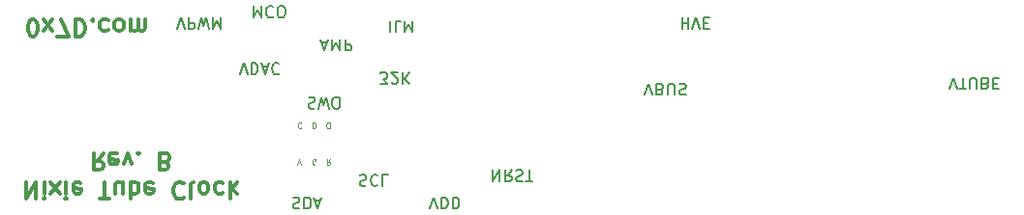
<source format=gbr>
G04 #@! TF.GenerationSoftware,KiCad,Pcbnew,(5.0.2)-1*
G04 #@! TF.CreationDate,2019-02-14T14:33:26-08:00*
G04 #@! TF.ProjectId,nixie_bottom_board,6e697869-655f-4626-9f74-746f6d5f626f,rev?*
G04 #@! TF.SameCoordinates,Original*
G04 #@! TF.FileFunction,Legend,Bot*
G04 #@! TF.FilePolarity,Positive*
%FSLAX46Y46*%
G04 Gerber Fmt 4.6, Leading zero omitted, Abs format (unit mm)*
G04 Created by KiCad (PCBNEW (5.0.2)-1) date 2/14/2019 2:33:26 PM*
%MOMM*%
%LPD*%
G01*
G04 APERTURE LIST*
%ADD10C,0.200000*%
%ADD11C,0.100000*%
%ADD12C,0.300000*%
G04 APERTURE END LIST*
D10*
X148168095Y-105547619D02*
X148168095Y-106547619D01*
X148739523Y-105547619D01*
X148739523Y-106547619D01*
X149787142Y-105547619D02*
X149453809Y-106023809D01*
X149215714Y-105547619D02*
X149215714Y-106547619D01*
X149596666Y-106547619D01*
X149691904Y-106500000D01*
X149739523Y-106452380D01*
X149787142Y-106357142D01*
X149787142Y-106214285D01*
X149739523Y-106119047D01*
X149691904Y-106071428D01*
X149596666Y-106023809D01*
X149215714Y-106023809D01*
X150168095Y-105595238D02*
X150310952Y-105547619D01*
X150549047Y-105547619D01*
X150644285Y-105595238D01*
X150691904Y-105642857D01*
X150739523Y-105738095D01*
X150739523Y-105833333D01*
X150691904Y-105928571D01*
X150644285Y-105976190D01*
X150549047Y-106023809D01*
X150358571Y-106071428D01*
X150263333Y-106119047D01*
X150215714Y-106166666D01*
X150168095Y-106261904D01*
X150168095Y-106357142D01*
X150215714Y-106452380D01*
X150263333Y-106500000D01*
X150358571Y-106547619D01*
X150596666Y-106547619D01*
X150739523Y-106500000D01*
X151025238Y-106547619D02*
X151596666Y-106547619D01*
X151310952Y-105547619D02*
X151310952Y-106547619D01*
D11*
X133727380Y-101873809D02*
X133822619Y-101873809D01*
X133870238Y-101850000D01*
X133917857Y-101802380D01*
X133941666Y-101707142D01*
X133941666Y-101540476D01*
X133917857Y-101445238D01*
X133870238Y-101397619D01*
X133822619Y-101373809D01*
X133727380Y-101373809D01*
X133679761Y-101397619D01*
X133632142Y-101445238D01*
X133608333Y-101540476D01*
X133608333Y-101707142D01*
X133632142Y-101802380D01*
X133679761Y-101850000D01*
X133727380Y-101873809D01*
X132369047Y-101373809D02*
X132369047Y-101873809D01*
X132488095Y-101873809D01*
X132559523Y-101850000D01*
X132607142Y-101802380D01*
X132630952Y-101754761D01*
X132654761Y-101659523D01*
X132654761Y-101588095D01*
X132630952Y-101492857D01*
X132607142Y-101445238D01*
X132559523Y-101397619D01*
X132488095Y-101373809D01*
X132369047Y-101373809D01*
X131384761Y-101421428D02*
X131360952Y-101397619D01*
X131289523Y-101373809D01*
X131241904Y-101373809D01*
X131170476Y-101397619D01*
X131122857Y-101445238D01*
X131099047Y-101492857D01*
X131075238Y-101588095D01*
X131075238Y-101659523D01*
X131099047Y-101754761D01*
X131122857Y-101802380D01*
X131170476Y-101850000D01*
X131241904Y-101873809D01*
X131289523Y-101873809D01*
X131360952Y-101850000D01*
X131384761Y-101826190D01*
X133924761Y-104573809D02*
X133758095Y-104811904D01*
X133639047Y-104573809D02*
X133639047Y-105073809D01*
X133829523Y-105073809D01*
X133877142Y-105050000D01*
X133900952Y-105026190D01*
X133924761Y-104978571D01*
X133924761Y-104907142D01*
X133900952Y-104859523D01*
X133877142Y-104835714D01*
X133829523Y-104811904D01*
X133639047Y-104811904D01*
X132630952Y-105050000D02*
X132583333Y-105073809D01*
X132511904Y-105073809D01*
X132440476Y-105050000D01*
X132392857Y-105002380D01*
X132369047Y-104954761D01*
X132345238Y-104859523D01*
X132345238Y-104788095D01*
X132369047Y-104692857D01*
X132392857Y-104645238D01*
X132440476Y-104597619D01*
X132511904Y-104573809D01*
X132559523Y-104573809D01*
X132630952Y-104597619D01*
X132654761Y-104621428D01*
X132654761Y-104788095D01*
X132559523Y-104788095D01*
X131063333Y-105073809D02*
X131230000Y-104573809D01*
X131396666Y-105073809D01*
D10*
X132020476Y-99195238D02*
X132163333Y-99147619D01*
X132401428Y-99147619D01*
X132496666Y-99195238D01*
X132544285Y-99242857D01*
X132591904Y-99338095D01*
X132591904Y-99433333D01*
X132544285Y-99528571D01*
X132496666Y-99576190D01*
X132401428Y-99623809D01*
X132210952Y-99671428D01*
X132115714Y-99719047D01*
X132068095Y-99766666D01*
X132020476Y-99861904D01*
X132020476Y-99957142D01*
X132068095Y-100052380D01*
X132115714Y-100100000D01*
X132210952Y-100147619D01*
X132449047Y-100147619D01*
X132591904Y-100100000D01*
X132925238Y-100147619D02*
X133163333Y-99147619D01*
X133353809Y-99861904D01*
X133544285Y-99147619D01*
X133782380Y-100147619D01*
X134353809Y-100147619D02*
X134544285Y-100147619D01*
X134639523Y-100100000D01*
X134734761Y-100004761D01*
X134782380Y-99814285D01*
X134782380Y-99480952D01*
X134734761Y-99290476D01*
X134639523Y-99195238D01*
X134544285Y-99147619D01*
X134353809Y-99147619D01*
X134258571Y-99195238D01*
X134163333Y-99290476D01*
X134115714Y-99480952D01*
X134115714Y-99814285D01*
X134163333Y-100004761D01*
X134258571Y-100100000D01*
X134353809Y-100147619D01*
D12*
X107837857Y-93821428D02*
X107980714Y-93821428D01*
X108123571Y-93750000D01*
X108195000Y-93678571D01*
X108266428Y-93535714D01*
X108337857Y-93250000D01*
X108337857Y-92892857D01*
X108266428Y-92607142D01*
X108195000Y-92464285D01*
X108123571Y-92392857D01*
X107980714Y-92321428D01*
X107837857Y-92321428D01*
X107695000Y-92392857D01*
X107623571Y-92464285D01*
X107552142Y-92607142D01*
X107480714Y-92892857D01*
X107480714Y-93250000D01*
X107552142Y-93535714D01*
X107623571Y-93678571D01*
X107695000Y-93750000D01*
X107837857Y-93821428D01*
X108837857Y-92321428D02*
X109623571Y-93321428D01*
X108837857Y-93321428D02*
X109623571Y-92321428D01*
X110052142Y-93821428D02*
X111052142Y-93821428D01*
X110409285Y-92321428D01*
X111623571Y-92321428D02*
X111623571Y-93821428D01*
X111980714Y-93821428D01*
X112195000Y-93750000D01*
X112337857Y-93607142D01*
X112409285Y-93464285D01*
X112480714Y-93178571D01*
X112480714Y-92964285D01*
X112409285Y-92678571D01*
X112337857Y-92535714D01*
X112195000Y-92392857D01*
X111980714Y-92321428D01*
X111623571Y-92321428D01*
X113123571Y-92464285D02*
X113195000Y-92392857D01*
X113123571Y-92321428D01*
X113052142Y-92392857D01*
X113123571Y-92464285D01*
X113123571Y-92321428D01*
X114480714Y-92392857D02*
X114337857Y-92321428D01*
X114052142Y-92321428D01*
X113909285Y-92392857D01*
X113837857Y-92464285D01*
X113766428Y-92607142D01*
X113766428Y-93035714D01*
X113837857Y-93178571D01*
X113909285Y-93250000D01*
X114052142Y-93321428D01*
X114337857Y-93321428D01*
X114480714Y-93250000D01*
X115337857Y-92321428D02*
X115195000Y-92392857D01*
X115123571Y-92464285D01*
X115052142Y-92607142D01*
X115052142Y-93035714D01*
X115123571Y-93178571D01*
X115195000Y-93250000D01*
X115337857Y-93321428D01*
X115552142Y-93321428D01*
X115695000Y-93250000D01*
X115766428Y-93178571D01*
X115837857Y-93035714D01*
X115837857Y-92607142D01*
X115766428Y-92464285D01*
X115695000Y-92392857D01*
X115552142Y-92321428D01*
X115337857Y-92321428D01*
X116480714Y-92321428D02*
X116480714Y-93321428D01*
X116480714Y-93178571D02*
X116552142Y-93250000D01*
X116695000Y-93321428D01*
X116909285Y-93321428D01*
X117052142Y-93250000D01*
X117123571Y-93107142D01*
X117123571Y-92321428D01*
X117123571Y-93107142D02*
X117195000Y-93250000D01*
X117337857Y-93321428D01*
X117552142Y-93321428D01*
X117695000Y-93250000D01*
X117766428Y-93107142D01*
X117766428Y-92321428D01*
D10*
X161466666Y-98947619D02*
X161800000Y-97947619D01*
X162133333Y-98947619D01*
X162800000Y-98471428D02*
X162942857Y-98423809D01*
X162990476Y-98376190D01*
X163038095Y-98280952D01*
X163038095Y-98138095D01*
X162990476Y-98042857D01*
X162942857Y-97995238D01*
X162847619Y-97947619D01*
X162466666Y-97947619D01*
X162466666Y-98947619D01*
X162800000Y-98947619D01*
X162895238Y-98900000D01*
X162942857Y-98852380D01*
X162990476Y-98757142D01*
X162990476Y-98661904D01*
X162942857Y-98566666D01*
X162895238Y-98519047D01*
X162800000Y-98471428D01*
X162466666Y-98471428D01*
X163466666Y-98947619D02*
X163466666Y-98138095D01*
X163514285Y-98042857D01*
X163561904Y-97995238D01*
X163657142Y-97947619D01*
X163847619Y-97947619D01*
X163942857Y-97995238D01*
X163990476Y-98042857D01*
X164038095Y-98138095D01*
X164038095Y-98947619D01*
X164466666Y-97995238D02*
X164609523Y-97947619D01*
X164847619Y-97947619D01*
X164942857Y-97995238D01*
X164990476Y-98042857D01*
X165038095Y-98138095D01*
X165038095Y-98233333D01*
X164990476Y-98328571D01*
X164942857Y-98376190D01*
X164847619Y-98423809D01*
X164657142Y-98471428D01*
X164561904Y-98519047D01*
X164514285Y-98566666D01*
X164466666Y-98661904D01*
X164466666Y-98757142D01*
X164514285Y-98852380D01*
X164561904Y-98900000D01*
X164657142Y-98947619D01*
X164895238Y-98947619D01*
X165038095Y-98900000D01*
D12*
X107321428Y-106596428D02*
X107321428Y-108096428D01*
X108178571Y-106596428D01*
X108178571Y-108096428D01*
X108892857Y-106596428D02*
X108892857Y-107596428D01*
X108892857Y-108096428D02*
X108821428Y-108025000D01*
X108892857Y-107953571D01*
X108964285Y-108025000D01*
X108892857Y-108096428D01*
X108892857Y-107953571D01*
X109464285Y-106596428D02*
X110250000Y-107596428D01*
X109464285Y-107596428D02*
X110250000Y-106596428D01*
X110821428Y-106596428D02*
X110821428Y-107596428D01*
X110821428Y-108096428D02*
X110750000Y-108025000D01*
X110821428Y-107953571D01*
X110892857Y-108025000D01*
X110821428Y-108096428D01*
X110821428Y-107953571D01*
X112107142Y-106667857D02*
X111964285Y-106596428D01*
X111678571Y-106596428D01*
X111535714Y-106667857D01*
X111464285Y-106810714D01*
X111464285Y-107382142D01*
X111535714Y-107525000D01*
X111678571Y-107596428D01*
X111964285Y-107596428D01*
X112107142Y-107525000D01*
X112178571Y-107382142D01*
X112178571Y-107239285D01*
X111464285Y-107096428D01*
X113750000Y-108096428D02*
X114607142Y-108096428D01*
X114178571Y-106596428D02*
X114178571Y-108096428D01*
X115750000Y-107596428D02*
X115750000Y-106596428D01*
X115107142Y-107596428D02*
X115107142Y-106810714D01*
X115178571Y-106667857D01*
X115321428Y-106596428D01*
X115535714Y-106596428D01*
X115678571Y-106667857D01*
X115750000Y-106739285D01*
X116464285Y-106596428D02*
X116464285Y-108096428D01*
X116464285Y-107525000D02*
X116607142Y-107596428D01*
X116892857Y-107596428D01*
X117035714Y-107525000D01*
X117107142Y-107453571D01*
X117178571Y-107310714D01*
X117178571Y-106882142D01*
X117107142Y-106739285D01*
X117035714Y-106667857D01*
X116892857Y-106596428D01*
X116607142Y-106596428D01*
X116464285Y-106667857D01*
X118392857Y-106667857D02*
X118249999Y-106596428D01*
X117964285Y-106596428D01*
X117821428Y-106667857D01*
X117749999Y-106810714D01*
X117749999Y-107382142D01*
X117821428Y-107525000D01*
X117964285Y-107596428D01*
X118249999Y-107596428D01*
X118392857Y-107525000D01*
X118464285Y-107382142D01*
X118464285Y-107239285D01*
X117749999Y-107096428D01*
X121107142Y-106739285D02*
X121035714Y-106667857D01*
X120821428Y-106596428D01*
X120678571Y-106596428D01*
X120464285Y-106667857D01*
X120321428Y-106810714D01*
X120249999Y-106953571D01*
X120178571Y-107239285D01*
X120178571Y-107453571D01*
X120249999Y-107739285D01*
X120321428Y-107882142D01*
X120464285Y-108025000D01*
X120678571Y-108096428D01*
X120821428Y-108096428D01*
X121035714Y-108025000D01*
X121107142Y-107953571D01*
X121964285Y-106596428D02*
X121821428Y-106667857D01*
X121749999Y-106810714D01*
X121749999Y-108096428D01*
X122749999Y-106596428D02*
X122607142Y-106667857D01*
X122535714Y-106739285D01*
X122464285Y-106882142D01*
X122464285Y-107310714D01*
X122535714Y-107453571D01*
X122607142Y-107525000D01*
X122749999Y-107596428D01*
X122964285Y-107596428D01*
X123107142Y-107525000D01*
X123178571Y-107453571D01*
X123249999Y-107310714D01*
X123249999Y-106882142D01*
X123178571Y-106739285D01*
X123107142Y-106667857D01*
X122964285Y-106596428D01*
X122749999Y-106596428D01*
X124535714Y-106667857D02*
X124392857Y-106596428D01*
X124107142Y-106596428D01*
X123964285Y-106667857D01*
X123892857Y-106739285D01*
X123821428Y-106882142D01*
X123821428Y-107310714D01*
X123892857Y-107453571D01*
X123964285Y-107525000D01*
X124107142Y-107596428D01*
X124392857Y-107596428D01*
X124535714Y-107525000D01*
X125178571Y-106596428D02*
X125178571Y-108096428D01*
X125321428Y-107167857D02*
X125749999Y-106596428D01*
X125749999Y-107596428D02*
X125178571Y-107025000D01*
X114071428Y-104046428D02*
X113571428Y-104760714D01*
X113214285Y-104046428D02*
X113214285Y-105546428D01*
X113785714Y-105546428D01*
X113928571Y-105475000D01*
X114000000Y-105403571D01*
X114071428Y-105260714D01*
X114071428Y-105046428D01*
X114000000Y-104903571D01*
X113928571Y-104832142D01*
X113785714Y-104760714D01*
X113214285Y-104760714D01*
X115285714Y-104117857D02*
X115142857Y-104046428D01*
X114857142Y-104046428D01*
X114714285Y-104117857D01*
X114642857Y-104260714D01*
X114642857Y-104832142D01*
X114714285Y-104975000D01*
X114857142Y-105046428D01*
X115142857Y-105046428D01*
X115285714Y-104975000D01*
X115357142Y-104832142D01*
X115357142Y-104689285D01*
X114642857Y-104546428D01*
X115857142Y-105046428D02*
X116214285Y-104046428D01*
X116571428Y-105046428D01*
X117142857Y-104189285D02*
X117214285Y-104117857D01*
X117142857Y-104046428D01*
X117071428Y-104117857D01*
X117142857Y-104189285D01*
X117142857Y-104046428D01*
X119500000Y-104832142D02*
X119714285Y-104760714D01*
X119785714Y-104689285D01*
X119857142Y-104546428D01*
X119857142Y-104332142D01*
X119785714Y-104189285D01*
X119714285Y-104117857D01*
X119571428Y-104046428D01*
X119000000Y-104046428D01*
X119000000Y-105546428D01*
X119500000Y-105546428D01*
X119642857Y-105475000D01*
X119714285Y-105403571D01*
X119785714Y-105260714D01*
X119785714Y-105117857D01*
X119714285Y-104975000D01*
X119642857Y-104903571D01*
X119500000Y-104832142D01*
X119000000Y-104832142D01*
D10*
X188109523Y-98447619D02*
X188442857Y-97447619D01*
X188776190Y-98447619D01*
X188966666Y-98447619D02*
X189538095Y-98447619D01*
X189252380Y-97447619D02*
X189252380Y-98447619D01*
X189871428Y-98447619D02*
X189871428Y-97638095D01*
X189919047Y-97542857D01*
X189966666Y-97495238D01*
X190061904Y-97447619D01*
X190252380Y-97447619D01*
X190347619Y-97495238D01*
X190395238Y-97542857D01*
X190442857Y-97638095D01*
X190442857Y-98447619D01*
X191252380Y-97971428D02*
X191395238Y-97923809D01*
X191442857Y-97876190D01*
X191490476Y-97780952D01*
X191490476Y-97638095D01*
X191442857Y-97542857D01*
X191395238Y-97495238D01*
X191300000Y-97447619D01*
X190919047Y-97447619D01*
X190919047Y-98447619D01*
X191252380Y-98447619D01*
X191347619Y-98400000D01*
X191395238Y-98352380D01*
X191442857Y-98257142D01*
X191442857Y-98161904D01*
X191395238Y-98066666D01*
X191347619Y-98019047D01*
X191252380Y-97971428D01*
X190919047Y-97971428D01*
X191919047Y-97971428D02*
X192252380Y-97971428D01*
X192395238Y-97447619D02*
X191919047Y-97447619D01*
X191919047Y-98447619D01*
X192395238Y-98447619D01*
X136509523Y-105995238D02*
X136652380Y-105947619D01*
X136890476Y-105947619D01*
X136985714Y-105995238D01*
X137033333Y-106042857D01*
X137080952Y-106138095D01*
X137080952Y-106233333D01*
X137033333Y-106328571D01*
X136985714Y-106376190D01*
X136890476Y-106423809D01*
X136700000Y-106471428D01*
X136604761Y-106519047D01*
X136557142Y-106566666D01*
X136509523Y-106661904D01*
X136509523Y-106757142D01*
X136557142Y-106852380D01*
X136604761Y-106900000D01*
X136700000Y-106947619D01*
X136938095Y-106947619D01*
X137080952Y-106900000D01*
X138080952Y-106042857D02*
X138033333Y-105995238D01*
X137890476Y-105947619D01*
X137795238Y-105947619D01*
X137652380Y-105995238D01*
X137557142Y-106090476D01*
X137509523Y-106185714D01*
X137461904Y-106376190D01*
X137461904Y-106519047D01*
X137509523Y-106709523D01*
X137557142Y-106804761D01*
X137652380Y-106900000D01*
X137795238Y-106947619D01*
X137890476Y-106947619D01*
X138033333Y-106900000D01*
X138080952Y-106852380D01*
X138985714Y-105947619D02*
X138509523Y-105947619D01*
X138509523Y-106947619D01*
X142625238Y-108947619D02*
X142958571Y-107947619D01*
X143291904Y-108947619D01*
X143625238Y-107947619D02*
X143625238Y-108947619D01*
X143863333Y-108947619D01*
X144006190Y-108900000D01*
X144101428Y-108804761D01*
X144149047Y-108709523D01*
X144196666Y-108519047D01*
X144196666Y-108376190D01*
X144149047Y-108185714D01*
X144101428Y-108090476D01*
X144006190Y-107995238D01*
X143863333Y-107947619D01*
X143625238Y-107947619D01*
X144625238Y-107947619D02*
X144625238Y-108947619D01*
X144863333Y-108947619D01*
X145006190Y-108900000D01*
X145101428Y-108804761D01*
X145149047Y-108709523D01*
X145196666Y-108519047D01*
X145196666Y-108376190D01*
X145149047Y-108185714D01*
X145101428Y-108090476D01*
X145006190Y-107995238D01*
X144863333Y-107947619D01*
X144625238Y-107947619D01*
X130650952Y-107995238D02*
X130793809Y-107947619D01*
X131031904Y-107947619D01*
X131127142Y-107995238D01*
X131174761Y-108042857D01*
X131222380Y-108138095D01*
X131222380Y-108233333D01*
X131174761Y-108328571D01*
X131127142Y-108376190D01*
X131031904Y-108423809D01*
X130841428Y-108471428D01*
X130746190Y-108519047D01*
X130698571Y-108566666D01*
X130650952Y-108661904D01*
X130650952Y-108757142D01*
X130698571Y-108852380D01*
X130746190Y-108900000D01*
X130841428Y-108947619D01*
X131079523Y-108947619D01*
X131222380Y-108900000D01*
X131650952Y-107947619D02*
X131650952Y-108947619D01*
X131889047Y-108947619D01*
X132031904Y-108900000D01*
X132127142Y-108804761D01*
X132174761Y-108709523D01*
X132222380Y-108519047D01*
X132222380Y-108376190D01*
X132174761Y-108185714D01*
X132127142Y-108090476D01*
X132031904Y-107995238D01*
X131889047Y-107947619D01*
X131650952Y-107947619D01*
X132603333Y-108233333D02*
X133079523Y-108233333D01*
X132508095Y-107947619D02*
X132841428Y-108947619D01*
X133174761Y-107947619D01*
X120523809Y-93147619D02*
X120857142Y-92147619D01*
X121190476Y-93147619D01*
X121523809Y-92147619D02*
X121523809Y-93147619D01*
X121904761Y-93147619D01*
X122000000Y-93100000D01*
X122047619Y-93052380D01*
X122095238Y-92957142D01*
X122095238Y-92814285D01*
X122047619Y-92719047D01*
X122000000Y-92671428D01*
X121904761Y-92623809D01*
X121523809Y-92623809D01*
X122428571Y-93147619D02*
X122666666Y-92147619D01*
X122857142Y-92861904D01*
X123047619Y-92147619D01*
X123285714Y-93147619D01*
X123666666Y-92147619D02*
X123666666Y-93147619D01*
X124000000Y-92433333D01*
X124333333Y-93147619D01*
X124333333Y-92147619D01*
X126025238Y-97147619D02*
X126358571Y-96147619D01*
X126691904Y-97147619D01*
X127025238Y-96147619D02*
X127025238Y-97147619D01*
X127263333Y-97147619D01*
X127406190Y-97100000D01*
X127501428Y-97004761D01*
X127549047Y-96909523D01*
X127596666Y-96719047D01*
X127596666Y-96576190D01*
X127549047Y-96385714D01*
X127501428Y-96290476D01*
X127406190Y-96195238D01*
X127263333Y-96147619D01*
X127025238Y-96147619D01*
X127977619Y-96433333D02*
X128453809Y-96433333D01*
X127882380Y-96147619D02*
X128215714Y-97147619D01*
X128549047Y-96147619D01*
X129453809Y-96242857D02*
X129406190Y-96195238D01*
X129263333Y-96147619D01*
X129168095Y-96147619D01*
X129025238Y-96195238D01*
X128930000Y-96290476D01*
X128882380Y-96385714D01*
X128834761Y-96576190D01*
X128834761Y-96719047D01*
X128882380Y-96909523D01*
X128930000Y-97004761D01*
X129025238Y-97100000D01*
X129168095Y-97147619D01*
X129263333Y-97147619D01*
X129406190Y-97100000D01*
X129453809Y-97052380D01*
X133190476Y-94333333D02*
X133666666Y-94333333D01*
X133095238Y-94047619D02*
X133428571Y-95047619D01*
X133761904Y-94047619D01*
X134095238Y-94047619D02*
X134095238Y-95047619D01*
X134428571Y-94333333D01*
X134761904Y-95047619D01*
X134761904Y-94047619D01*
X135238095Y-94047619D02*
X135238095Y-95047619D01*
X135619047Y-95047619D01*
X135714285Y-95000000D01*
X135761904Y-94952380D01*
X135809523Y-94857142D01*
X135809523Y-94714285D01*
X135761904Y-94619047D01*
X135714285Y-94571428D01*
X135619047Y-94523809D01*
X135238095Y-94523809D01*
X127217619Y-91147619D02*
X127217619Y-92147619D01*
X127550952Y-91433333D01*
X127884285Y-92147619D01*
X127884285Y-91147619D01*
X128931904Y-91242857D02*
X128884285Y-91195238D01*
X128741428Y-91147619D01*
X128646190Y-91147619D01*
X128503333Y-91195238D01*
X128408095Y-91290476D01*
X128360476Y-91385714D01*
X128312857Y-91576190D01*
X128312857Y-91719047D01*
X128360476Y-91909523D01*
X128408095Y-92004761D01*
X128503333Y-92100000D01*
X128646190Y-92147619D01*
X128741428Y-92147619D01*
X128884285Y-92100000D01*
X128931904Y-92052380D01*
X129550952Y-92147619D02*
X129741428Y-92147619D01*
X129836666Y-92100000D01*
X129931904Y-92004761D01*
X129979523Y-91814285D01*
X129979523Y-91480952D01*
X129931904Y-91290476D01*
X129836666Y-91195238D01*
X129741428Y-91147619D01*
X129550952Y-91147619D01*
X129455714Y-91195238D01*
X129360476Y-91290476D01*
X129312857Y-91480952D01*
X129312857Y-91814285D01*
X129360476Y-92004761D01*
X129455714Y-92100000D01*
X129550952Y-92147619D01*
X138290476Y-97947619D02*
X138909523Y-97947619D01*
X138576190Y-97566666D01*
X138719047Y-97566666D01*
X138814285Y-97519047D01*
X138861904Y-97471428D01*
X138909523Y-97376190D01*
X138909523Y-97138095D01*
X138861904Y-97042857D01*
X138814285Y-96995238D01*
X138719047Y-96947619D01*
X138433333Y-96947619D01*
X138338095Y-96995238D01*
X138290476Y-97042857D01*
X139290476Y-97852380D02*
X139338095Y-97900000D01*
X139433333Y-97947619D01*
X139671428Y-97947619D01*
X139766666Y-97900000D01*
X139814285Y-97852380D01*
X139861904Y-97757142D01*
X139861904Y-97661904D01*
X139814285Y-97519047D01*
X139242857Y-96947619D01*
X139861904Y-96947619D01*
X140290476Y-96947619D02*
X140290476Y-97947619D01*
X140861904Y-96947619D02*
X140433333Y-97519047D01*
X140861904Y-97947619D02*
X140290476Y-97376190D01*
X139179523Y-92447619D02*
X139179523Y-93447619D01*
X140131904Y-92447619D02*
X139655714Y-92447619D01*
X139655714Y-93447619D01*
X140465238Y-92447619D02*
X140465238Y-93447619D01*
X140798571Y-92733333D01*
X141131904Y-93447619D01*
X141131904Y-92447619D01*
X164698571Y-92147619D02*
X164698571Y-93147619D01*
X164698571Y-92671428D02*
X165270000Y-92671428D01*
X165270000Y-92147619D02*
X165270000Y-93147619D01*
X165603333Y-93147619D02*
X165936666Y-92147619D01*
X166270000Y-93147619D01*
X166603333Y-92671428D02*
X166936666Y-92671428D01*
X167079523Y-92147619D02*
X166603333Y-92147619D01*
X166603333Y-93147619D01*
X167079523Y-93147619D01*
M02*

</source>
